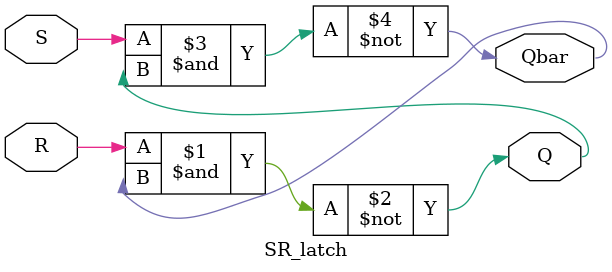
<source format=v>
module SR_latch(Q,Qbar,S,R);
    input S,R;
    output Q,Qbar;

    assign Q= ~(R & Qbar);
    assign Qbar = ~(S & Q);
endmodule
</source>
